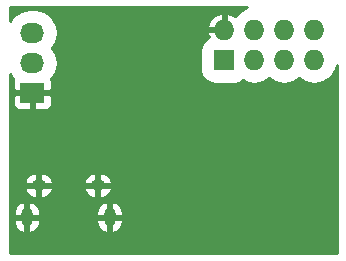
<source format=gbl>
G04 #@! TF.FileFunction,Copper,L2,Bot,Plane*
%FSLAX46Y46*%
G04 Gerber Fmt 4.6, Leading zero omitted, Abs format (unit mm)*
G04 Created by KiCad (PCBNEW (2015-10-27 BZR 1, Git 48df08c)-product) date Thu 14 Jan 2016 01:38:52 AM PST*
%MOMM*%
G01*
G04 APERTURE LIST*
%ADD10C,0.100000*%
%ADD11R,1.727200X1.727200*%
%ADD12O,1.727200X1.727200*%
%ADD13O,1.250000X0.950000*%
%ADD14O,1.000000X1.550000*%
%ADD15R,2.032000X1.727200*%
%ADD16O,2.032000X1.727200*%
%ADD17C,0.600000*%
%ADD18C,0.250000*%
%ADD19C,0.254000*%
G04 APERTURE END LIST*
D10*
D11*
X140970000Y-90932000D03*
D12*
X140970000Y-88392000D03*
X143510000Y-90932000D03*
X143510000Y-88392000D03*
X146050000Y-90932000D03*
X146050000Y-88392000D03*
X148590000Y-90932000D03*
X148590000Y-88392000D03*
D13*
X125261100Y-101561460D03*
X130261100Y-101561460D03*
D14*
X124261100Y-104261460D03*
X131261100Y-104261460D03*
D15*
X124714000Y-93726000D03*
D16*
X124714000Y-91186000D03*
X124714000Y-88646000D03*
D17*
X143764000Y-102870000D03*
X146812000Y-102870000D03*
D18*
X143764000Y-102870000D02*
X146812000Y-102870000D01*
D19*
G36*
X142748230Y-86513927D02*
X142102433Y-86945435D01*
X141898987Y-87249914D01*
X141744947Y-87109312D01*
X141329026Y-86937042D01*
X141097000Y-87058183D01*
X141097000Y-88265000D01*
X141117000Y-88265000D01*
X141117000Y-88519000D01*
X141097000Y-88519000D01*
X141097000Y-88539000D01*
X140843000Y-88539000D01*
X140843000Y-88519000D01*
X139635531Y-88519000D01*
X139515032Y-88751027D01*
X139644182Y-89026590D01*
X139305181Y-89244731D01*
X139047852Y-89621344D01*
X138957321Y-90068400D01*
X138957321Y-91795600D01*
X139035906Y-92213241D01*
X139282731Y-92596819D01*
X139659344Y-92854148D01*
X140106400Y-92944679D01*
X141833600Y-92944679D01*
X142251241Y-92866094D01*
X142547125Y-92675699D01*
X142748230Y-92810073D01*
X143510000Y-92961598D01*
X144271770Y-92810073D01*
X144780000Y-92470484D01*
X145288230Y-92810073D01*
X146050000Y-92961598D01*
X146811770Y-92810073D01*
X147320000Y-92470484D01*
X147828230Y-92810073D01*
X148590000Y-92961598D01*
X149351770Y-92810073D01*
X149997567Y-92378565D01*
X150429075Y-91732768D01*
X150495000Y-91401340D01*
X150495000Y-107315000D01*
X122809000Y-107315000D01*
X122809000Y-104388460D01*
X123126100Y-104388460D01*
X123126100Y-104663460D01*
X123261098Y-105088138D01*
X123548337Y-105428828D01*
X123959226Y-105630579D01*
X124134100Y-105504414D01*
X124134100Y-104388460D01*
X124388100Y-104388460D01*
X124388100Y-105504414D01*
X124562974Y-105630579D01*
X124973863Y-105428828D01*
X125261102Y-105088138D01*
X125396100Y-104663460D01*
X125396100Y-104388460D01*
X130126100Y-104388460D01*
X130126100Y-104663460D01*
X130261098Y-105088138D01*
X130548337Y-105428828D01*
X130959226Y-105630579D01*
X131134100Y-105504414D01*
X131134100Y-104388460D01*
X131388100Y-104388460D01*
X131388100Y-105504414D01*
X131562974Y-105630579D01*
X131973863Y-105428828D01*
X132261102Y-105088138D01*
X132396100Y-104663460D01*
X132396100Y-104388460D01*
X131388100Y-104388460D01*
X131134100Y-104388460D01*
X130126100Y-104388460D01*
X125396100Y-104388460D01*
X124388100Y-104388460D01*
X124134100Y-104388460D01*
X123126100Y-104388460D01*
X122809000Y-104388460D01*
X122809000Y-103859460D01*
X123126100Y-103859460D01*
X123126100Y-104134460D01*
X124134100Y-104134460D01*
X124134100Y-103018506D01*
X124388100Y-103018506D01*
X124388100Y-104134460D01*
X125396100Y-104134460D01*
X125396100Y-103859460D01*
X130126100Y-103859460D01*
X130126100Y-104134460D01*
X131134100Y-104134460D01*
X131134100Y-103018506D01*
X131388100Y-103018506D01*
X131388100Y-104134460D01*
X132396100Y-104134460D01*
X132396100Y-103859460D01*
X132261102Y-103434782D01*
X131973863Y-103094092D01*
X131562974Y-102892341D01*
X131388100Y-103018506D01*
X131134100Y-103018506D01*
X130959226Y-102892341D01*
X130548337Y-103094092D01*
X130261098Y-103434782D01*
X130126100Y-103859460D01*
X125396100Y-103859460D01*
X125261102Y-103434782D01*
X124973863Y-103094092D01*
X124562974Y-102892341D01*
X124388100Y-103018506D01*
X124134100Y-103018506D01*
X123959226Y-102892341D01*
X123548337Y-103094092D01*
X123261098Y-103434782D01*
X123126100Y-103859460D01*
X122809000Y-103859460D01*
X122809000Y-101859398D01*
X124041832Y-101859398D01*
X124225548Y-102233281D01*
X124550051Y-102521028D01*
X124959969Y-102662689D01*
X125134100Y-102514023D01*
X125134100Y-101688460D01*
X125388100Y-101688460D01*
X125388100Y-102514023D01*
X125562231Y-102662689D01*
X125972149Y-102521028D01*
X126296652Y-102233281D01*
X126480368Y-101859398D01*
X129041832Y-101859398D01*
X129225548Y-102233281D01*
X129550051Y-102521028D01*
X129959969Y-102662689D01*
X130134100Y-102514023D01*
X130134100Y-101688460D01*
X130388100Y-101688460D01*
X130388100Y-102514023D01*
X130562231Y-102662689D01*
X130972149Y-102521028D01*
X131296652Y-102233281D01*
X131480368Y-101859398D01*
X131353834Y-101688460D01*
X130388100Y-101688460D01*
X130134100Y-101688460D01*
X129168366Y-101688460D01*
X129041832Y-101859398D01*
X126480368Y-101859398D01*
X126353834Y-101688460D01*
X125388100Y-101688460D01*
X125134100Y-101688460D01*
X124168366Y-101688460D01*
X124041832Y-101859398D01*
X122809000Y-101859398D01*
X122809000Y-101263522D01*
X124041832Y-101263522D01*
X124168366Y-101434460D01*
X125134100Y-101434460D01*
X125134100Y-100608897D01*
X125388100Y-100608897D01*
X125388100Y-101434460D01*
X126353834Y-101434460D01*
X126480368Y-101263522D01*
X129041832Y-101263522D01*
X129168366Y-101434460D01*
X130134100Y-101434460D01*
X130134100Y-100608897D01*
X130388100Y-100608897D01*
X130388100Y-101434460D01*
X131353834Y-101434460D01*
X131480368Y-101263522D01*
X131296652Y-100889639D01*
X130972149Y-100601892D01*
X130562231Y-100460231D01*
X130388100Y-100608897D01*
X130134100Y-100608897D01*
X129959969Y-100460231D01*
X129550051Y-100601892D01*
X129225548Y-100889639D01*
X129041832Y-101263522D01*
X126480368Y-101263522D01*
X126296652Y-100889639D01*
X125972149Y-100601892D01*
X125562231Y-100460231D01*
X125388100Y-100608897D01*
X125134100Y-100608897D01*
X124959969Y-100460231D01*
X124550051Y-100601892D01*
X124225548Y-100889639D01*
X124041832Y-101263522D01*
X122809000Y-101263522D01*
X122809000Y-94011750D01*
X123063000Y-94011750D01*
X123063000Y-94715910D01*
X123159673Y-94949299D01*
X123338302Y-95127927D01*
X123571691Y-95224600D01*
X124428250Y-95224600D01*
X124587000Y-95065850D01*
X124587000Y-93853000D01*
X124841000Y-93853000D01*
X124841000Y-95065850D01*
X124999750Y-95224600D01*
X125856309Y-95224600D01*
X126089698Y-95127927D01*
X126268327Y-94949299D01*
X126365000Y-94715910D01*
X126365000Y-94011750D01*
X126206250Y-93853000D01*
X124841000Y-93853000D01*
X124587000Y-93853000D01*
X123221750Y-93853000D01*
X123063000Y-94011750D01*
X122809000Y-94011750D01*
X122809000Y-92140022D01*
X123112049Y-92593567D01*
X123119870Y-92598793D01*
X123063000Y-92736090D01*
X123063000Y-93440250D01*
X123221750Y-93599000D01*
X124587000Y-93599000D01*
X124587000Y-93579000D01*
X124841000Y-93579000D01*
X124841000Y-93599000D01*
X126206250Y-93599000D01*
X126365000Y-93440250D01*
X126365000Y-92736090D01*
X126308130Y-92598793D01*
X126315951Y-92593567D01*
X126747459Y-91947770D01*
X126898984Y-91186000D01*
X126747459Y-90424230D01*
X126407870Y-89916000D01*
X126747459Y-89407770D01*
X126898984Y-88646000D01*
X126777046Y-88032973D01*
X139515032Y-88032973D01*
X139635531Y-88265000D01*
X140843000Y-88265000D01*
X140843000Y-87058183D01*
X140610974Y-86937042D01*
X140195053Y-87109312D01*
X139763179Y-87503510D01*
X139515032Y-88032973D01*
X126777046Y-88032973D01*
X126747459Y-87884230D01*
X126315951Y-87238433D01*
X125670154Y-86806925D01*
X124908384Y-86655400D01*
X124519616Y-86655400D01*
X123757846Y-86806925D01*
X123112049Y-87238433D01*
X122809000Y-87691978D01*
X122809000Y-86487000D01*
X142883602Y-86487000D01*
X142748230Y-86513927D01*
X142748230Y-86513927D01*
G37*
X142748230Y-86513927D02*
X142102433Y-86945435D01*
X141898987Y-87249914D01*
X141744947Y-87109312D01*
X141329026Y-86937042D01*
X141097000Y-87058183D01*
X141097000Y-88265000D01*
X141117000Y-88265000D01*
X141117000Y-88519000D01*
X141097000Y-88519000D01*
X141097000Y-88539000D01*
X140843000Y-88539000D01*
X140843000Y-88519000D01*
X139635531Y-88519000D01*
X139515032Y-88751027D01*
X139644182Y-89026590D01*
X139305181Y-89244731D01*
X139047852Y-89621344D01*
X138957321Y-90068400D01*
X138957321Y-91795600D01*
X139035906Y-92213241D01*
X139282731Y-92596819D01*
X139659344Y-92854148D01*
X140106400Y-92944679D01*
X141833600Y-92944679D01*
X142251241Y-92866094D01*
X142547125Y-92675699D01*
X142748230Y-92810073D01*
X143510000Y-92961598D01*
X144271770Y-92810073D01*
X144780000Y-92470484D01*
X145288230Y-92810073D01*
X146050000Y-92961598D01*
X146811770Y-92810073D01*
X147320000Y-92470484D01*
X147828230Y-92810073D01*
X148590000Y-92961598D01*
X149351770Y-92810073D01*
X149997567Y-92378565D01*
X150429075Y-91732768D01*
X150495000Y-91401340D01*
X150495000Y-107315000D01*
X122809000Y-107315000D01*
X122809000Y-104388460D01*
X123126100Y-104388460D01*
X123126100Y-104663460D01*
X123261098Y-105088138D01*
X123548337Y-105428828D01*
X123959226Y-105630579D01*
X124134100Y-105504414D01*
X124134100Y-104388460D01*
X124388100Y-104388460D01*
X124388100Y-105504414D01*
X124562974Y-105630579D01*
X124973863Y-105428828D01*
X125261102Y-105088138D01*
X125396100Y-104663460D01*
X125396100Y-104388460D01*
X130126100Y-104388460D01*
X130126100Y-104663460D01*
X130261098Y-105088138D01*
X130548337Y-105428828D01*
X130959226Y-105630579D01*
X131134100Y-105504414D01*
X131134100Y-104388460D01*
X131388100Y-104388460D01*
X131388100Y-105504414D01*
X131562974Y-105630579D01*
X131973863Y-105428828D01*
X132261102Y-105088138D01*
X132396100Y-104663460D01*
X132396100Y-104388460D01*
X131388100Y-104388460D01*
X131134100Y-104388460D01*
X130126100Y-104388460D01*
X125396100Y-104388460D01*
X124388100Y-104388460D01*
X124134100Y-104388460D01*
X123126100Y-104388460D01*
X122809000Y-104388460D01*
X122809000Y-103859460D01*
X123126100Y-103859460D01*
X123126100Y-104134460D01*
X124134100Y-104134460D01*
X124134100Y-103018506D01*
X124388100Y-103018506D01*
X124388100Y-104134460D01*
X125396100Y-104134460D01*
X125396100Y-103859460D01*
X130126100Y-103859460D01*
X130126100Y-104134460D01*
X131134100Y-104134460D01*
X131134100Y-103018506D01*
X131388100Y-103018506D01*
X131388100Y-104134460D01*
X132396100Y-104134460D01*
X132396100Y-103859460D01*
X132261102Y-103434782D01*
X131973863Y-103094092D01*
X131562974Y-102892341D01*
X131388100Y-103018506D01*
X131134100Y-103018506D01*
X130959226Y-102892341D01*
X130548337Y-103094092D01*
X130261098Y-103434782D01*
X130126100Y-103859460D01*
X125396100Y-103859460D01*
X125261102Y-103434782D01*
X124973863Y-103094092D01*
X124562974Y-102892341D01*
X124388100Y-103018506D01*
X124134100Y-103018506D01*
X123959226Y-102892341D01*
X123548337Y-103094092D01*
X123261098Y-103434782D01*
X123126100Y-103859460D01*
X122809000Y-103859460D01*
X122809000Y-101859398D01*
X124041832Y-101859398D01*
X124225548Y-102233281D01*
X124550051Y-102521028D01*
X124959969Y-102662689D01*
X125134100Y-102514023D01*
X125134100Y-101688460D01*
X125388100Y-101688460D01*
X125388100Y-102514023D01*
X125562231Y-102662689D01*
X125972149Y-102521028D01*
X126296652Y-102233281D01*
X126480368Y-101859398D01*
X129041832Y-101859398D01*
X129225548Y-102233281D01*
X129550051Y-102521028D01*
X129959969Y-102662689D01*
X130134100Y-102514023D01*
X130134100Y-101688460D01*
X130388100Y-101688460D01*
X130388100Y-102514023D01*
X130562231Y-102662689D01*
X130972149Y-102521028D01*
X131296652Y-102233281D01*
X131480368Y-101859398D01*
X131353834Y-101688460D01*
X130388100Y-101688460D01*
X130134100Y-101688460D01*
X129168366Y-101688460D01*
X129041832Y-101859398D01*
X126480368Y-101859398D01*
X126353834Y-101688460D01*
X125388100Y-101688460D01*
X125134100Y-101688460D01*
X124168366Y-101688460D01*
X124041832Y-101859398D01*
X122809000Y-101859398D01*
X122809000Y-101263522D01*
X124041832Y-101263522D01*
X124168366Y-101434460D01*
X125134100Y-101434460D01*
X125134100Y-100608897D01*
X125388100Y-100608897D01*
X125388100Y-101434460D01*
X126353834Y-101434460D01*
X126480368Y-101263522D01*
X129041832Y-101263522D01*
X129168366Y-101434460D01*
X130134100Y-101434460D01*
X130134100Y-100608897D01*
X130388100Y-100608897D01*
X130388100Y-101434460D01*
X131353834Y-101434460D01*
X131480368Y-101263522D01*
X131296652Y-100889639D01*
X130972149Y-100601892D01*
X130562231Y-100460231D01*
X130388100Y-100608897D01*
X130134100Y-100608897D01*
X129959969Y-100460231D01*
X129550051Y-100601892D01*
X129225548Y-100889639D01*
X129041832Y-101263522D01*
X126480368Y-101263522D01*
X126296652Y-100889639D01*
X125972149Y-100601892D01*
X125562231Y-100460231D01*
X125388100Y-100608897D01*
X125134100Y-100608897D01*
X124959969Y-100460231D01*
X124550051Y-100601892D01*
X124225548Y-100889639D01*
X124041832Y-101263522D01*
X122809000Y-101263522D01*
X122809000Y-94011750D01*
X123063000Y-94011750D01*
X123063000Y-94715910D01*
X123159673Y-94949299D01*
X123338302Y-95127927D01*
X123571691Y-95224600D01*
X124428250Y-95224600D01*
X124587000Y-95065850D01*
X124587000Y-93853000D01*
X124841000Y-93853000D01*
X124841000Y-95065850D01*
X124999750Y-95224600D01*
X125856309Y-95224600D01*
X126089698Y-95127927D01*
X126268327Y-94949299D01*
X126365000Y-94715910D01*
X126365000Y-94011750D01*
X126206250Y-93853000D01*
X124841000Y-93853000D01*
X124587000Y-93853000D01*
X123221750Y-93853000D01*
X123063000Y-94011750D01*
X122809000Y-94011750D01*
X122809000Y-92140022D01*
X123112049Y-92593567D01*
X123119870Y-92598793D01*
X123063000Y-92736090D01*
X123063000Y-93440250D01*
X123221750Y-93599000D01*
X124587000Y-93599000D01*
X124587000Y-93579000D01*
X124841000Y-93579000D01*
X124841000Y-93599000D01*
X126206250Y-93599000D01*
X126365000Y-93440250D01*
X126365000Y-92736090D01*
X126308130Y-92598793D01*
X126315951Y-92593567D01*
X126747459Y-91947770D01*
X126898984Y-91186000D01*
X126747459Y-90424230D01*
X126407870Y-89916000D01*
X126747459Y-89407770D01*
X126898984Y-88646000D01*
X126777046Y-88032973D01*
X139515032Y-88032973D01*
X139635531Y-88265000D01*
X140843000Y-88265000D01*
X140843000Y-87058183D01*
X140610974Y-86937042D01*
X140195053Y-87109312D01*
X139763179Y-87503510D01*
X139515032Y-88032973D01*
X126777046Y-88032973D01*
X126747459Y-87884230D01*
X126315951Y-87238433D01*
X125670154Y-86806925D01*
X124908384Y-86655400D01*
X124519616Y-86655400D01*
X123757846Y-86806925D01*
X123112049Y-87238433D01*
X122809000Y-87691978D01*
X122809000Y-86487000D01*
X142883602Y-86487000D01*
X142748230Y-86513927D01*
M02*

</source>
